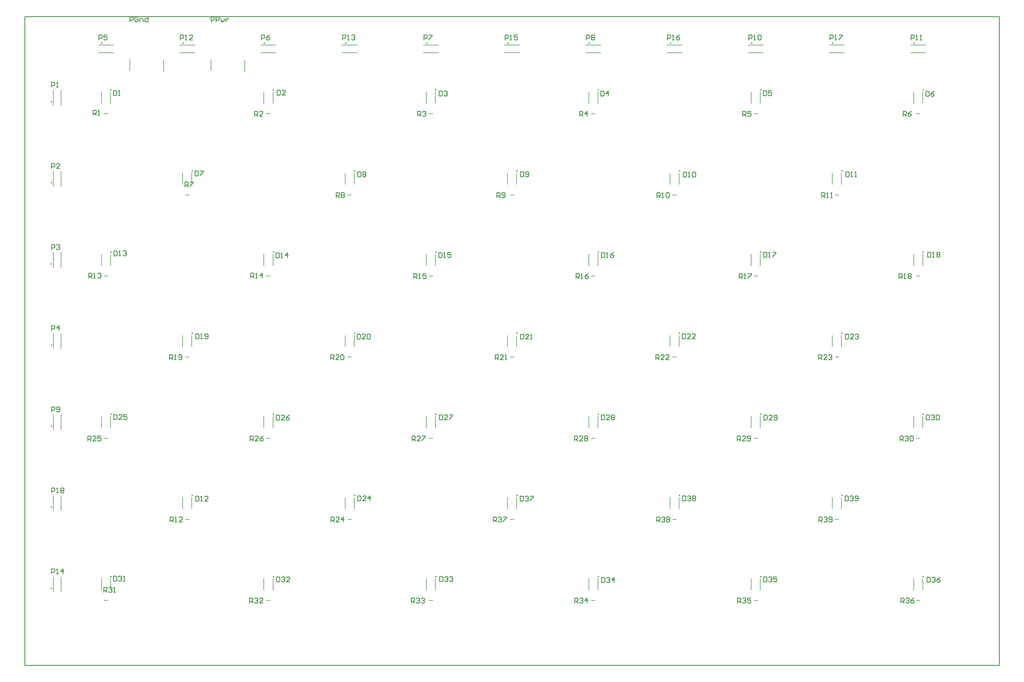
<source format=gto>
G04*
G04 #@! TF.GenerationSoftware,Altium Limited,Altium Designer,20.0.13 (296)*
G04*
G04 Layer_Color=65535*
%FSLAX44Y44*%
%MOMM*%
G71*
G01*
G75*
%ADD10C,0.2500*%
%ADD11C,0.2000*%
%ADD12C,0.2540*%
D10*
X2766750Y274000D02*
G03*
X2766750Y274000I-1250J0D01*
G01*
Y774000D02*
G03*
X2766750Y774000I-1250J0D01*
G01*
Y1274000D02*
G03*
X2766750Y1274000I-1250J0D01*
G01*
Y1774000D02*
G03*
X2766750Y1774000I-1250J0D01*
G01*
X2516750Y1524000D02*
G03*
X2516750Y1524000I-1250J0D01*
G01*
Y1024000D02*
G03*
X2516750Y1024000I-1250J0D01*
G01*
Y524000D02*
G03*
X2516750Y524000I-1250J0D01*
G01*
X2266750Y274000D02*
G03*
X2266750Y274000I-1250J0D01*
G01*
Y774000D02*
G03*
X2266750Y774000I-1250J0D01*
G01*
Y1274000D02*
G03*
X2266750Y1274000I-1250J0D01*
G01*
Y1774000D02*
G03*
X2266750Y1774000I-1250J0D01*
G01*
X2016750Y1524000D02*
G03*
X2016750Y1524000I-1250J0D01*
G01*
Y1024000D02*
G03*
X2016750Y1024000I-1250J0D01*
G01*
Y524000D02*
G03*
X2016750Y524000I-1250J0D01*
G01*
X1766750Y274000D02*
G03*
X1766750Y274000I-1250J0D01*
G01*
Y774000D02*
G03*
X1766750Y774000I-1250J0D01*
G01*
Y1274000D02*
G03*
X1766750Y1274000I-1250J0D01*
G01*
Y1774000D02*
G03*
X1766750Y1774000I-1250J0D01*
G01*
X1516750Y1524000D02*
G03*
X1516750Y1524000I-1250J0D01*
G01*
Y1024000D02*
G03*
X1516750Y1024000I-1250J0D01*
G01*
Y524000D02*
G03*
X1516750Y524000I-1250J0D01*
G01*
X1266750Y274000D02*
G03*
X1266750Y274000I-1250J0D01*
G01*
Y774000D02*
G03*
X1266750Y774000I-1250J0D01*
G01*
Y1274000D02*
G03*
X1266750Y1274000I-1250J0D01*
G01*
Y1774000D02*
G03*
X1266750Y1774000I-1250J0D01*
G01*
X1016750Y1524000D02*
G03*
X1016750Y1524000I-1250J0D01*
G01*
Y1024000D02*
G03*
X1016750Y1024000I-1250J0D01*
G01*
Y524000D02*
G03*
X1016750Y524000I-1250J0D01*
G01*
X766750Y274000D02*
G03*
X766750Y274000I-1250J0D01*
G01*
Y774000D02*
G03*
X766750Y774000I-1250J0D01*
G01*
Y1274000D02*
G03*
X766750Y1274000I-1250J0D01*
G01*
X266750Y1774000D02*
G03*
X266750Y1774000I-1250J0D01*
G01*
X766750D02*
G03*
X766750Y1774000I-1250J0D01*
G01*
X516750Y1524000D02*
G03*
X516750Y1524000I-1250J0D01*
G01*
Y1024000D02*
G03*
X516750Y1024000I-1250J0D01*
G01*
Y524000D02*
G03*
X516750Y524000I-1250J0D01*
G01*
X266750Y274000D02*
G03*
X266750Y274000I-1250J0D01*
G01*
Y774000D02*
G03*
X266750Y774000I-1250J0D01*
G01*
Y1274000D02*
G03*
X266750Y1274000I-1250J0D01*
G01*
X83050Y1737300D02*
G03*
X83050Y1737300I-1250J0D01*
G01*
Y1487300D02*
G03*
X83050Y1487300I-1250J0D01*
G01*
Y1237300D02*
G03*
X83050Y1237300I-1250J0D01*
G01*
Y987300D02*
G03*
X83050Y987300I-1250J0D01*
G01*
X238550Y1918200D02*
G03*
X238550Y1918200I-1250J0D01*
G01*
X738550D02*
G03*
X738550Y1918200I-1250J0D01*
G01*
X1238550D02*
G03*
X1238550Y1918200I-1250J0D01*
G01*
X1738550D02*
G03*
X1738550Y1918200I-1250J0D01*
G01*
X83050Y737300D02*
G03*
X83050Y737300I-1250J0D01*
G01*
X2238550Y1918200D02*
G03*
X2238550Y1918200I-1250J0D01*
G01*
X2738550D02*
G03*
X2738550Y1918200I-1250J0D01*
G01*
X488550D02*
G03*
X488550Y1918200I-1250J0D01*
G01*
X988550D02*
G03*
X988550Y1918200I-1250J0D01*
G01*
X83050Y237300D02*
G03*
X83050Y237300I-1250J0D01*
G01*
X1488550Y1918200D02*
G03*
X1488550Y1918200I-1250J0D01*
G01*
X1988550D02*
G03*
X1988550Y1918200I-1250J0D01*
G01*
X2488550D02*
G03*
X2488550Y1918200I-1250J0D01*
G01*
X83050Y487300D02*
G03*
X83050Y487300I-1250J0D01*
G01*
D11*
X677250Y1830500D02*
Y1865500D01*
X573250Y1833250D02*
Y1868250D01*
X427250Y1830500D02*
Y1865500D01*
X323250Y1833250D02*
Y1868250D01*
X2744000Y200000D02*
X2756000D01*
X2736000Y232500D02*
Y267500D01*
X2764000Y232500D02*
Y267500D01*
X2744000Y700000D02*
X2756000D01*
X2736000Y732500D02*
Y767500D01*
X2764000Y732500D02*
Y767500D01*
X2744000Y1200000D02*
X2756000D01*
X2736000Y1232500D02*
Y1267500D01*
X2764000Y1232500D02*
Y1267500D01*
X2744000Y1700000D02*
X2756000D01*
X2736000Y1732500D02*
Y1767500D01*
X2764000Y1732500D02*
Y1767500D01*
X2494000Y1450000D02*
X2506000D01*
X2486000Y1482500D02*
Y1517500D01*
X2514000Y1482500D02*
Y1517500D01*
X2486000Y982500D02*
Y1017500D01*
X2514000Y982500D02*
Y1017500D01*
Y482500D02*
Y517500D01*
X2486000Y482500D02*
Y517500D01*
X2494000Y450000D02*
X2506000D01*
X2244000Y200000D02*
X2256000D01*
X2236000Y232500D02*
Y267500D01*
X2264000Y232500D02*
Y267500D01*
X2244000Y700000D02*
X2256000D01*
X2236000Y732500D02*
Y767500D01*
X2264000Y732500D02*
Y767500D01*
X2244000Y1200000D02*
X2256000D01*
X2236000Y1232500D02*
Y1267500D01*
X2264000Y1232500D02*
Y1267500D01*
X2244000Y1700000D02*
X2256000D01*
X2236000Y1732500D02*
Y1767500D01*
X2264000Y1732500D02*
Y1767500D01*
X1994000Y1450000D02*
X2006000D01*
X1986000Y1482500D02*
Y1517500D01*
X2014000Y1482500D02*
Y1517500D01*
X1994000Y950000D02*
X2006000D01*
X1986000Y982500D02*
Y1017500D01*
X2014000Y982500D02*
Y1017500D01*
Y482500D02*
Y517500D01*
X1986000Y482500D02*
Y517500D01*
X1994000Y450000D02*
X2006000D01*
X1744000Y200000D02*
X1756000D01*
X1736000Y232500D02*
Y267500D01*
X1764000Y232500D02*
Y267500D01*
X1744000Y700000D02*
X1756000D01*
X1736000Y732500D02*
Y767500D01*
X1764000Y732500D02*
Y767500D01*
X1744000Y1200000D02*
X1756000D01*
X1736000Y1232500D02*
Y1267500D01*
X1764000Y1232500D02*
Y1267500D01*
X1744000Y1700000D02*
X1756000D01*
X1736000Y1732500D02*
Y1767500D01*
X1764000Y1732500D02*
Y1767500D01*
X1486000Y1482500D02*
Y1517500D01*
X1514000Y1482500D02*
Y1517500D01*
X1494000Y1450000D02*
X1506000D01*
X1494000Y950000D02*
X1506000D01*
X1486000Y982500D02*
Y1017500D01*
X1514000Y982500D02*
Y1017500D01*
Y482500D02*
Y517500D01*
X1486000Y482500D02*
Y517500D01*
X1494000Y450000D02*
X1506000D01*
X1244000Y200000D02*
X1256000D01*
X1236000Y232500D02*
Y267500D01*
X1264000Y232500D02*
Y267500D01*
X1244000Y700000D02*
X1256000D01*
X1236000Y732500D02*
Y767500D01*
X1264000Y732500D02*
Y767500D01*
X1244000Y1200000D02*
X1256000D01*
X1236000Y1232500D02*
Y1267500D01*
X1264000Y1232500D02*
Y1267500D01*
X1244000Y1700000D02*
X1256000D01*
X1236000Y1732500D02*
Y1767500D01*
X1264000Y1732500D02*
Y1767500D01*
X744000Y1700000D02*
X756000D01*
X986000Y1482500D02*
Y1517500D01*
X1014000Y1482500D02*
Y1517500D01*
X994000Y1450000D02*
X1006000D01*
X986000Y982500D02*
Y1017500D01*
X1014000Y982500D02*
Y1017500D01*
X994000Y950000D02*
X1006000D01*
X986000Y482500D02*
Y517500D01*
X1014000Y482500D02*
Y517500D01*
X994000Y450000D02*
X1006000D01*
X744000Y200000D02*
X756000D01*
X736000Y232500D02*
Y267500D01*
X764000Y232500D02*
Y267500D01*
X494000Y450000D02*
X506000D01*
X244000Y700000D02*
X256000D01*
X744000D02*
X756000D01*
X736000Y732500D02*
Y767500D01*
X764000Y732500D02*
Y767500D01*
X736000Y1232500D02*
Y1267500D01*
X764000Y1232500D02*
Y1267500D01*
X244000Y1200000D02*
X256000D01*
X744000D02*
X756000D01*
X236000Y1732500D02*
Y1767500D01*
X264000Y1732500D02*
Y1767500D01*
X736000Y1732500D02*
Y1767500D01*
X764000Y1732500D02*
Y1767500D01*
X486000Y1482500D02*
Y1517500D01*
X514000Y1482500D02*
Y1517500D01*
X486000Y982500D02*
Y1017500D01*
X514000Y982500D02*
Y1017500D01*
X486000Y482500D02*
Y517500D01*
X514000Y482500D02*
Y517500D01*
X236000Y232500D02*
Y267500D01*
X264000Y232500D02*
Y267500D01*
X236000Y732500D02*
Y767500D01*
X264000Y732500D02*
Y767500D01*
X236000Y1232500D02*
Y1267500D01*
X264000Y1232500D02*
Y1267500D01*
X244000Y1700000D02*
X256000D01*
X494000Y950000D02*
X506000D01*
X2494000D02*
X2506000D01*
X494000Y1450000D02*
X506000D01*
X111700Y1726650D02*
Y1773350D01*
X88300Y1726650D02*
Y1773350D01*
X111700Y1476650D02*
Y1523350D01*
X88300Y1476650D02*
Y1523350D01*
X111700Y1226650D02*
Y1273350D01*
X88300Y1226650D02*
Y1273350D01*
X111700Y976650D02*
Y1023350D01*
X88300Y976650D02*
Y1023350D01*
X226650Y1888300D02*
X273350D01*
X226650Y1911700D02*
X273350D01*
X726650Y1888300D02*
X773350D01*
X726650Y1911700D02*
X773350D01*
X1226650Y1888300D02*
X1273350D01*
X1226650Y1911700D02*
X1273350D01*
X1726650Y1888300D02*
X1773350D01*
X1726650Y1911700D02*
X1773350D01*
X111700Y726650D02*
Y773350D01*
X88300Y726650D02*
Y773350D01*
X2226650Y1888300D02*
X2273350D01*
X2226650Y1911700D02*
X2273350D01*
X2726650Y1888300D02*
X2773350D01*
X2726650Y1911700D02*
X2773350D01*
X476650Y1888300D02*
X523350D01*
X476650Y1911700D02*
X523350D01*
X244000Y200000D02*
X256000D01*
X976650Y1888300D02*
X1023350D01*
X976650Y1911700D02*
X1023350D01*
X111700Y226650D02*
Y273350D01*
X88300Y226650D02*
Y273350D01*
X1476650Y1888300D02*
X1523350D01*
X1476650Y1911700D02*
X1523350D01*
X1976650Y1888300D02*
X2023350D01*
X1976650Y1911700D02*
X2023350D01*
X2476650Y1888300D02*
X2523350D01*
X2476650Y1911700D02*
X2523350D01*
X111700Y476650D02*
Y523350D01*
X88300Y476650D02*
Y523350D01*
D12*
X573278Y1983994D02*
Y1999229D01*
X580896D01*
X583435Y1996690D01*
Y1991611D01*
X580896Y1989072D01*
X573278D01*
X588513Y1983994D02*
Y1999229D01*
X596131D01*
X598670Y1996690D01*
Y1991611D01*
X596131Y1989072D01*
X588513D01*
X603748Y1994151D02*
Y1986533D01*
X606287Y1983994D01*
X608826Y1986533D01*
X611366Y1983994D01*
X613905Y1986533D01*
Y1994151D01*
X618983D02*
Y1983994D01*
Y1989072D01*
X621522Y1991611D01*
X624062Y1994151D01*
X626601D01*
X323342Y1983994D02*
Y1999229D01*
X330960D01*
X333499Y1996690D01*
Y1991611D01*
X330960Y1989072D01*
X323342D01*
X348734Y1996690D02*
X346195Y1999229D01*
X341116D01*
X338577Y1996690D01*
Y1986533D01*
X341116Y1983994D01*
X346195D01*
X348734Y1986533D01*
Y1991611D01*
X343655D01*
X353812Y1983994D02*
Y1994151D01*
X361430D01*
X363969Y1991611D01*
Y1983994D01*
X379204Y1999229D02*
Y1983994D01*
X371586D01*
X369047Y1986533D01*
Y1991611D01*
X371586Y1994151D01*
X379204D01*
X2444302Y442383D02*
Y457617D01*
X2451920D01*
X2454459Y455078D01*
Y450000D01*
X2451920Y447461D01*
X2444302D01*
X2449380D02*
X2454459Y442383D01*
X2459537Y455078D02*
X2462076Y457617D01*
X2467155D01*
X2469694Y455078D01*
Y452539D01*
X2467155Y450000D01*
X2464615D01*
X2467155D01*
X2469694Y447461D01*
Y444922D01*
X2467155Y442383D01*
X2462076D01*
X2459537Y444922D01*
X2474772D02*
X2477311Y442383D01*
X2482390D01*
X2484929Y444922D01*
Y455078D01*
X2482390Y457617D01*
X2477311D01*
X2474772Y455078D01*
Y452539D01*
X2477311Y450000D01*
X2484929D01*
X1944250Y442383D02*
Y457617D01*
X1951867D01*
X1954406Y455078D01*
Y450000D01*
X1951867Y447461D01*
X1944250D01*
X1949328D02*
X1954406Y442383D01*
X1959485Y455078D02*
X1962024Y457617D01*
X1967102D01*
X1969641Y455078D01*
Y452539D01*
X1967102Y450000D01*
X1964563D01*
X1967102D01*
X1969641Y447461D01*
Y444922D01*
X1967102Y442383D01*
X1962024D01*
X1959485Y444922D01*
X1974720Y455078D02*
X1977259Y457617D01*
X1982337D01*
X1984876Y455078D01*
Y452539D01*
X1982337Y450000D01*
X1984876Y447461D01*
Y444922D01*
X1982337Y442383D01*
X1977259D01*
X1974720Y444922D01*
Y447461D01*
X1977259Y450000D01*
X1974720Y452539D01*
Y455078D01*
X1977259Y450000D02*
X1982337D01*
X1442009Y442383D02*
Y457617D01*
X1449627D01*
X1452166Y455078D01*
Y450000D01*
X1449627Y447461D01*
X1442009D01*
X1447088D02*
X1452166Y442383D01*
X1457244Y455078D02*
X1459783Y457617D01*
X1464862D01*
X1467401Y455078D01*
Y452539D01*
X1464862Y450000D01*
X1462323D01*
X1464862D01*
X1467401Y447461D01*
Y444922D01*
X1464862Y442383D01*
X1459783D01*
X1457244Y444922D01*
X1472479Y457617D02*
X1482636D01*
Y455078D01*
X1472479Y444922D01*
Y442383D01*
X2524726Y523102D02*
Y507867D01*
X2532344D01*
X2534883Y510406D01*
Y520563D01*
X2532344Y523102D01*
X2524726D01*
X2539961Y520563D02*
X2542500Y523102D01*
X2547579D01*
X2550118Y520563D01*
Y518024D01*
X2547579Y515485D01*
X2545040D01*
X2547579D01*
X2550118Y512946D01*
Y510406D01*
X2547579Y507867D01*
X2542500D01*
X2539961Y510406D01*
X2555196D02*
X2557735Y507867D01*
X2562814D01*
X2565353Y510406D01*
Y520563D01*
X2562814Y523102D01*
X2557735D01*
X2555196Y520563D01*
Y518024D01*
X2557735Y515485D01*
X2565353D01*
X2024126Y523100D02*
Y507865D01*
X2031744D01*
X2034283Y510405D01*
Y520561D01*
X2031744Y523100D01*
X2024126D01*
X2039362Y520561D02*
X2041901Y523100D01*
X2046979D01*
X2049518Y520561D01*
Y518022D01*
X2046979Y515483D01*
X2044440D01*
X2046979D01*
X2049518Y512944D01*
Y510405D01*
X2046979Y507865D01*
X2041901D01*
X2039362Y510405D01*
X2054597Y520561D02*
X2057136Y523100D01*
X2062214D01*
X2064753Y520561D01*
Y518022D01*
X2062214Y515483D01*
X2064753Y512944D01*
Y510405D01*
X2062214Y507865D01*
X2057136D01*
X2054597Y510405D01*
Y512944D01*
X2057136Y515483D01*
X2054597Y518022D01*
Y520561D01*
X2057136Y515483D02*
X2062214D01*
X1524622Y522004D02*
Y506769D01*
X1532239D01*
X1534778Y509308D01*
Y519465D01*
X1532239Y522004D01*
X1524622D01*
X1539857Y519465D02*
X1542396Y522004D01*
X1547474D01*
X1550013Y519465D01*
Y516926D01*
X1547474Y514387D01*
X1544935D01*
X1547474D01*
X1550013Y511847D01*
Y509308D01*
X1547474Y506769D01*
X1542396D01*
X1539857Y509308D01*
X1555092Y522004D02*
X1565249D01*
Y519465D01*
X1555092Y509308D01*
Y506769D01*
X2696124Y192383D02*
Y207617D01*
X2703741D01*
X2706281Y205078D01*
Y200000D01*
X2703741Y197461D01*
X2696124D01*
X2701202D02*
X2706281Y192383D01*
X2711359Y205078D02*
X2713898Y207617D01*
X2718976D01*
X2721516Y205078D01*
Y202539D01*
X2718976Y200000D01*
X2716437D01*
X2718976D01*
X2721516Y197461D01*
Y194922D01*
X2718976Y192383D01*
X2713898D01*
X2711359Y194922D01*
X2736750Y207617D02*
X2731672Y205078D01*
X2726594Y200000D01*
Y194922D01*
X2729133Y192383D01*
X2734211D01*
X2736750Y194922D01*
Y197461D01*
X2734211Y200000D01*
X2726594D01*
X2193182Y192383D02*
Y207617D01*
X2200799D01*
X2203338Y205078D01*
Y200000D01*
X2200799Y197461D01*
X2193182D01*
X2198260D02*
X2203338Y192383D01*
X2208417Y205078D02*
X2210956Y207617D01*
X2216034D01*
X2218573Y205078D01*
Y202539D01*
X2216034Y200000D01*
X2213495D01*
X2216034D01*
X2218573Y197461D01*
Y194922D01*
X2216034Y192383D01*
X2210956D01*
X2208417Y194922D01*
X2233808Y207617D02*
X2223652D01*
Y200000D01*
X2228730Y202539D01*
X2231269D01*
X2233808Y200000D01*
Y194922D01*
X2231269Y192383D01*
X2226191D01*
X2223652Y194922D01*
X1692035Y192383D02*
Y207617D01*
X1699652D01*
X1702192Y205078D01*
Y200000D01*
X1699652Y197461D01*
X1692035D01*
X1697113D02*
X1702192Y192383D01*
X1707270Y205078D02*
X1709809Y207617D01*
X1714888D01*
X1717427Y205078D01*
Y202539D01*
X1714888Y200000D01*
X1712348D01*
X1714888D01*
X1717427Y197461D01*
Y194922D01*
X1714888Y192383D01*
X1709809D01*
X1707270Y194922D01*
X1730123Y192383D02*
Y207617D01*
X1722505Y200000D01*
X1732662D01*
X1189248Y192383D02*
Y207617D01*
X1196866D01*
X1199405Y205078D01*
Y200000D01*
X1196866Y197461D01*
X1189248D01*
X1194327D02*
X1199405Y192383D01*
X1204483Y205078D02*
X1207023Y207617D01*
X1212101D01*
X1214640Y205078D01*
Y202539D01*
X1212101Y200000D01*
X1209562D01*
X1212101D01*
X1214640Y197461D01*
Y194922D01*
X1212101Y192383D01*
X1207023D01*
X1204483Y194922D01*
X1219718Y205078D02*
X1222258Y207617D01*
X1227336D01*
X1229875Y205078D01*
Y202539D01*
X1227336Y200000D01*
X1224797D01*
X1227336D01*
X1229875Y197461D01*
Y194922D01*
X1227336Y192383D01*
X1222258D01*
X1219718Y194922D01*
X691385Y192383D02*
Y207617D01*
X699003D01*
X701542Y205078D01*
Y200000D01*
X699003Y197461D01*
X691385D01*
X696464D02*
X701542Y192383D01*
X706620Y205078D02*
X709160Y207617D01*
X714238D01*
X716777Y205078D01*
Y202539D01*
X714238Y200000D01*
X711699D01*
X714238D01*
X716777Y197461D01*
Y194922D01*
X714238Y192383D01*
X709160D01*
X706620Y194922D01*
X732012Y192383D02*
X721856D01*
X732012Y202539D01*
Y205078D01*
X729473Y207617D01*
X724395D01*
X721856Y205078D01*
X242634Y225654D02*
Y240889D01*
X250252D01*
X252791Y238350D01*
Y233272D01*
X250252Y230732D01*
X242634D01*
X247712D02*
X252791Y225654D01*
X257869Y238350D02*
X260408Y240889D01*
X265487D01*
X268026Y238350D01*
Y235811D01*
X265487Y233272D01*
X262947D01*
X265487D01*
X268026Y230732D01*
Y228193D01*
X265487Y225654D01*
X260408D01*
X257869Y228193D01*
X273104Y225654D02*
X278183D01*
X275643D01*
Y240889D01*
X273104Y238350D01*
X2693710Y692383D02*
Y707617D01*
X2701328D01*
X2703867Y705078D01*
Y700000D01*
X2701328Y697461D01*
X2693710D01*
X2698788D02*
X2703867Y692383D01*
X2708945Y705078D02*
X2711484Y707617D01*
X2716563D01*
X2719102Y705078D01*
Y702539D01*
X2716563Y700000D01*
X2714023D01*
X2716563D01*
X2719102Y697461D01*
Y694922D01*
X2716563Y692383D01*
X2711484D01*
X2708945Y694922D01*
X2724180Y705078D02*
X2726719Y707617D01*
X2731798D01*
X2734337Y705078D01*
Y694922D01*
X2731798Y692383D01*
X2726719D01*
X2724180Y694922D01*
Y705078D01*
X2192635Y692383D02*
Y707617D01*
X2200252D01*
X2202791Y705078D01*
Y700000D01*
X2200252Y697461D01*
X2192635D01*
X2197713D02*
X2202791Y692383D01*
X2218026D02*
X2207870D01*
X2218026Y702539D01*
Y705078D01*
X2215487Y707617D01*
X2210409D01*
X2207870Y705078D01*
X2223105Y694922D02*
X2225644Y692383D01*
X2230722D01*
X2233261Y694922D01*
Y705078D01*
X2230722Y707617D01*
X2225644D01*
X2223105Y705078D01*
Y702539D01*
X2225644Y700000D01*
X2233261D01*
X1691488Y692383D02*
Y707617D01*
X1699105D01*
X1701644Y705078D01*
Y700000D01*
X1699105Y697461D01*
X1691488D01*
X1696566D02*
X1701644Y692383D01*
X1716879D02*
X1706723D01*
X1716879Y702539D01*
Y705078D01*
X1714340Y707617D01*
X1709262D01*
X1706723Y705078D01*
X1721958D02*
X1724497Y707617D01*
X1729575D01*
X1732115Y705078D01*
Y702539D01*
X1729575Y700000D01*
X1732115Y697461D01*
Y694922D01*
X1729575Y692383D01*
X1724497D01*
X1721958Y694922D01*
Y697461D01*
X1724497Y700000D01*
X1721958Y702539D01*
Y705078D01*
X1724497Y700000D02*
X1729575D01*
X1191984Y692383D02*
Y707617D01*
X1199602D01*
X1202141Y705078D01*
Y700000D01*
X1199602Y697461D01*
X1191984D01*
X1197062D02*
X1202141Y692383D01*
X1217376D02*
X1207219D01*
X1217376Y702539D01*
Y705078D01*
X1214837Y707617D01*
X1209758D01*
X1207219Y705078D01*
X1222454Y707617D02*
X1232611D01*
Y705078D01*
X1222454Y694922D01*
Y692383D01*
X693574D02*
Y707617D01*
X701191D01*
X703730Y705078D01*
Y700000D01*
X701191Y697461D01*
X693574D01*
X698652D02*
X703730Y692383D01*
X718966D02*
X708809D01*
X718966Y702539D01*
Y705078D01*
X716426Y707617D01*
X711348D01*
X708809Y705078D01*
X734201Y707617D02*
X729122Y705078D01*
X724044Y700000D01*
Y694922D01*
X726583Y692383D01*
X731662D01*
X734201Y694922D01*
Y697461D01*
X731662Y700000D01*
X724044D01*
X194069Y692383D02*
Y707617D01*
X201687D01*
X204226Y705078D01*
Y700000D01*
X201687Y697461D01*
X194069D01*
X199147D02*
X204226Y692383D01*
X219461D02*
X209304D01*
X219461Y702539D01*
Y705078D01*
X216922Y707617D01*
X211843D01*
X209304Y705078D01*
X234696Y707617D02*
X224539D01*
Y700000D01*
X229618Y702539D01*
X232157D01*
X234696Y700000D01*
Y694922D01*
X232157Y692383D01*
X227078D01*
X224539Y694922D01*
X942506Y442383D02*
Y457617D01*
X950123D01*
X952662Y455078D01*
Y450000D01*
X950123Y447461D01*
X942506D01*
X947584D02*
X952662Y442383D01*
X967897D02*
X957741D01*
X967897Y452539D01*
Y455078D01*
X965358Y457617D01*
X960280D01*
X957741Y455078D01*
X980593Y442383D02*
Y457617D01*
X972976Y450000D01*
X983132D01*
X2443208Y942383D02*
Y957617D01*
X2450825D01*
X2453365Y955078D01*
Y950000D01*
X2450825Y947461D01*
X2443208D01*
X2448286D02*
X2453365Y942383D01*
X2468600D02*
X2458443D01*
X2468600Y952539D01*
Y955078D01*
X2466060Y957617D01*
X2460982D01*
X2458443Y955078D01*
X2473678D02*
X2476217Y957617D01*
X2481295D01*
X2483835Y955078D01*
Y952539D01*
X2481295Y950000D01*
X2478756D01*
X2481295D01*
X2483835Y947461D01*
Y944922D01*
X2481295Y942383D01*
X2476217D01*
X2473678Y944922D01*
X1942061Y942383D02*
Y957617D01*
X1949679D01*
X1952218Y955078D01*
Y950000D01*
X1949679Y947461D01*
X1942061D01*
X1947139D02*
X1952218Y942383D01*
X1967453D02*
X1957296D01*
X1967453Y952539D01*
Y955078D01*
X1964914Y957617D01*
X1959835D01*
X1957296Y955078D01*
X1982688Y942383D02*
X1972531D01*
X1982688Y952539D01*
Y955078D01*
X1980149Y957617D01*
X1975070D01*
X1972531Y955078D01*
X1447284Y942383D02*
Y957617D01*
X1454901D01*
X1457441Y955078D01*
Y950000D01*
X1454901Y947461D01*
X1447284D01*
X1452362D02*
X1457441Y942383D01*
X1472676D02*
X1462519D01*
X1472676Y952539D01*
Y955078D01*
X1470137Y957617D01*
X1465058D01*
X1462519Y955078D01*
X1477754Y942383D02*
X1482832D01*
X1480293D01*
Y957617D01*
X1477754Y955078D01*
X941411Y942383D02*
Y957617D01*
X949029D01*
X951568Y955078D01*
Y950000D01*
X949029Y947461D01*
X941411D01*
X946490D02*
X951568Y942383D01*
X966803D02*
X956646D01*
X966803Y952539D01*
Y955078D01*
X964264Y957617D01*
X959186D01*
X956646Y955078D01*
X971881D02*
X974421Y957617D01*
X979499D01*
X982038Y955078D01*
Y944922D01*
X979499Y942383D01*
X974421D01*
X971881Y944922D01*
Y955078D01*
X445365Y942383D02*
Y957617D01*
X452982D01*
X455521Y955078D01*
Y950000D01*
X452982Y947461D01*
X445365D01*
X450443D02*
X455521Y942383D01*
X460600D02*
X465678D01*
X463139D01*
Y957617D01*
X460600Y955078D01*
X473296Y944922D02*
X475835Y942383D01*
X480913D01*
X483452Y944922D01*
Y955078D01*
X480913Y957617D01*
X475835D01*
X473296Y955078D01*
Y952539D01*
X475835Y950000D01*
X483452D01*
X2690909Y1192383D02*
Y1207617D01*
X2698526D01*
X2701065Y1205078D01*
Y1200000D01*
X2698526Y1197461D01*
X2690909D01*
X2695987D02*
X2701065Y1192383D01*
X2706143D02*
X2711222D01*
X2708683D01*
Y1207617D01*
X2706143Y1205078D01*
X2718839D02*
X2721378Y1207617D01*
X2726457D01*
X2728996Y1205078D01*
Y1202539D01*
X2726457Y1200000D01*
X2728996Y1197461D01*
Y1194922D01*
X2726457Y1192383D01*
X2721378D01*
X2718839Y1194922D01*
Y1197461D01*
X2721378Y1200000D01*
X2718839Y1202539D01*
Y1205078D01*
X2721378Y1200000D02*
X2726457D01*
X2198828Y1192383D02*
Y1207617D01*
X2206446D01*
X2208985Y1205078D01*
Y1200000D01*
X2206446Y1197461D01*
X2198828D01*
X2203906D02*
X2208985Y1192383D01*
X2214063D02*
X2219142D01*
X2216602D01*
Y1207617D01*
X2214063Y1205078D01*
X2226759Y1207617D02*
X2236916D01*
Y1205078D01*
X2226759Y1194922D01*
Y1192383D01*
X1696587D02*
Y1207617D01*
X1704205D01*
X1706744Y1205078D01*
Y1200000D01*
X1704205Y1197461D01*
X1696587D01*
X1701665D02*
X1706744Y1192383D01*
X1711822D02*
X1716900D01*
X1714361D01*
Y1207617D01*
X1711822Y1205078D01*
X1734675Y1207617D02*
X1729596Y1205078D01*
X1724518Y1200000D01*
Y1194922D01*
X1727057Y1192383D01*
X1732135D01*
X1734675Y1194922D01*
Y1197461D01*
X1732135Y1200000D01*
X1724518D01*
X1197083Y1192383D02*
Y1207617D01*
X1204701D01*
X1207240Y1205078D01*
Y1200000D01*
X1204701Y1197461D01*
X1197083D01*
X1202162D02*
X1207240Y1192383D01*
X1212318D02*
X1217397D01*
X1214857D01*
Y1207617D01*
X1212318Y1205078D01*
X1235171Y1207617D02*
X1225014D01*
Y1200000D01*
X1230093Y1202539D01*
X1232632D01*
X1235171Y1200000D01*
Y1194922D01*
X1232632Y1192383D01*
X1227553D01*
X1225014Y1194922D01*
X695390Y1194474D02*
Y1209709D01*
X703008D01*
X705547Y1207170D01*
Y1202092D01*
X703008Y1199553D01*
X695390D01*
X700469D02*
X705547Y1194474D01*
X710626D02*
X715704D01*
X713165D01*
Y1209709D01*
X710626Y1207170D01*
X730939Y1194474D02*
Y1209709D01*
X723322Y1202092D01*
X733478D01*
X196433Y1194474D02*
Y1209709D01*
X204050D01*
X206590Y1207170D01*
Y1202092D01*
X204050Y1199553D01*
X196433D01*
X201511D02*
X206590Y1194474D01*
X211668D02*
X216746D01*
X214207D01*
Y1209709D01*
X211668Y1207170D01*
X224364D02*
X226903Y1209709D01*
X231981D01*
X234520Y1207170D01*
Y1204631D01*
X231981Y1202092D01*
X229442D01*
X231981D01*
X234520Y1199553D01*
Y1197014D01*
X231981Y1194474D01*
X226903D01*
X224364Y1197014D01*
X447006Y442383D02*
Y457617D01*
X454623D01*
X457163Y455078D01*
Y450000D01*
X454623Y447461D01*
X447006D01*
X452084D02*
X457163Y442383D01*
X462241D02*
X467319D01*
X464780D01*
Y457617D01*
X462241Y455078D01*
X485094Y442383D02*
X474937D01*
X485094Y452539D01*
Y455078D01*
X482554Y457617D01*
X477476D01*
X474937Y455078D01*
X2452487Y1442383D02*
Y1457617D01*
X2460105D01*
X2462644Y1455078D01*
Y1450000D01*
X2460105Y1447461D01*
X2452487D01*
X2457566D02*
X2462644Y1442383D01*
X2467723D02*
X2472801D01*
X2470262D01*
Y1457617D01*
X2467723Y1455078D01*
X2480419Y1442383D02*
X2485497D01*
X2482958D01*
Y1457617D01*
X2480419Y1455078D01*
X1945519Y1442383D02*
Y1457617D01*
X1953137D01*
X1955676Y1455078D01*
Y1450000D01*
X1953137Y1447461D01*
X1945519D01*
X1950598D02*
X1955676Y1442383D01*
X1960754D02*
X1965833D01*
X1963293D01*
Y1457617D01*
X1960754Y1455078D01*
X1973450D02*
X1975989Y1457617D01*
X1981068D01*
X1983607Y1455078D01*
Y1444922D01*
X1981068Y1442383D01*
X1975989D01*
X1973450Y1444922D01*
Y1455078D01*
X1452909Y1442383D02*
Y1457617D01*
X1460527D01*
X1463066Y1455078D01*
Y1450000D01*
X1460527Y1447461D01*
X1452909D01*
X1457988D02*
X1463066Y1442383D01*
X1468144Y1444922D02*
X1470684Y1442383D01*
X1475762D01*
X1478301Y1444922D01*
Y1455078D01*
X1475762Y1457617D01*
X1470684D01*
X1468144Y1455078D01*
Y1452539D01*
X1470684Y1450000D01*
X1478301D01*
X958330Y1442383D02*
Y1457617D01*
X965947D01*
X968486Y1455078D01*
Y1450000D01*
X965947Y1447461D01*
X958330D01*
X963408D02*
X968486Y1442383D01*
X973565Y1455078D02*
X976104Y1457617D01*
X981182D01*
X983721Y1455078D01*
Y1452539D01*
X981182Y1450000D01*
X983721Y1447461D01*
Y1444922D01*
X981182Y1442383D01*
X976104D01*
X973565Y1444922D01*
Y1447461D01*
X976104Y1450000D01*
X973565Y1452539D01*
Y1455078D01*
X976104Y1450000D02*
X981182D01*
X492538Y1475541D02*
Y1490776D01*
X500156D01*
X502695Y1488237D01*
Y1483159D01*
X500156Y1480620D01*
X492538D01*
X497617D02*
X502695Y1475541D01*
X507774Y1490776D02*
X517930D01*
Y1488237D01*
X507774Y1478080D01*
Y1475541D01*
X2703042Y1692383D02*
Y1707617D01*
X2710659D01*
X2713199Y1705078D01*
Y1700000D01*
X2710659Y1697461D01*
X2703042D01*
X2708120D02*
X2713199Y1692383D01*
X2728434Y1707617D02*
X2723355Y1705078D01*
X2718277Y1700000D01*
Y1694922D01*
X2720816Y1692383D01*
X2725894D01*
X2728434Y1694922D01*
Y1697461D01*
X2725894Y1700000D01*
X2718277D01*
X2209553Y1692383D02*
Y1707617D01*
X2217170D01*
X2219709Y1705078D01*
Y1700000D01*
X2217170Y1697461D01*
X2209553D01*
X2214631D02*
X2219709Y1692383D01*
X2234945Y1707617D02*
X2224788D01*
Y1700000D01*
X2229866Y1702539D01*
X2232405D01*
X2234945Y1700000D01*
Y1694922D01*
X2232405Y1692383D01*
X2227327D01*
X2224788Y1694922D01*
X1707859Y1692383D02*
Y1707617D01*
X1715476D01*
X1718016Y1705078D01*
Y1700000D01*
X1715476Y1697461D01*
X1707859D01*
X1712937D02*
X1718016Y1692383D01*
X1730712D02*
Y1707617D01*
X1723094Y1700000D01*
X1733251D01*
X1208902Y1692383D02*
Y1707617D01*
X1216520D01*
X1219059Y1705078D01*
Y1700000D01*
X1216520Y1697461D01*
X1208902D01*
X1213980D02*
X1219059Y1692383D01*
X1224137Y1705078D02*
X1226676Y1707617D01*
X1231755D01*
X1234294Y1705078D01*
Y1702539D01*
X1231755Y1700000D01*
X1229216D01*
X1231755D01*
X1234294Y1697461D01*
Y1694922D01*
X1231755Y1692383D01*
X1226676D01*
X1224137Y1694922D01*
X707209Y1692383D02*
Y1707617D01*
X714827D01*
X717366Y1705078D01*
Y1700000D01*
X714827Y1697461D01*
X707209D01*
X712288D02*
X717366Y1692383D01*
X732601D02*
X722445D01*
X732601Y1702539D01*
Y1705078D01*
X730062Y1707617D01*
X724984D01*
X722445Y1705078D01*
X209468Y1695890D02*
Y1711125D01*
X217085D01*
X219625Y1708586D01*
Y1703508D01*
X217085Y1700968D01*
X209468D01*
X214546D02*
X219625Y1695890D01*
X224703D02*
X229781D01*
X227242D01*
Y1711125D01*
X224703Y1708586D01*
X81842Y532172D02*
Y547407D01*
X89459D01*
X91999Y544868D01*
Y539789D01*
X89459Y537250D01*
X81842D01*
X97077Y532172D02*
X102155D01*
X99616D01*
Y547407D01*
X97077Y544868D01*
X109773D02*
X112312Y547407D01*
X117390D01*
X119930Y544868D01*
Y542328D01*
X117390Y539789D01*
X119930Y537250D01*
Y534711D01*
X117390Y532172D01*
X112312D01*
X109773Y534711D01*
Y537250D01*
X112312Y539789D01*
X109773Y542328D01*
Y544868D01*
X112312Y539789D02*
X117390D01*
X2478029Y1928321D02*
Y1943556D01*
X2485647D01*
X2488186Y1941017D01*
Y1935939D01*
X2485647Y1933399D01*
X2478029D01*
X2493264Y1928321D02*
X2498342D01*
X2495803D01*
Y1943556D01*
X2493264Y1941017D01*
X2505960Y1943556D02*
X2516117D01*
Y1941017D01*
X2505960Y1930860D01*
Y1928321D01*
X1978029D02*
Y1943556D01*
X1985647D01*
X1988186Y1941017D01*
Y1935939D01*
X1985647Y1933399D01*
X1978029D01*
X1993264Y1928321D02*
X1998342D01*
X1995803D01*
Y1943556D01*
X1993264Y1941017D01*
X2016117Y1943556D02*
X2011038Y1941017D01*
X2005960Y1935939D01*
Y1930860D01*
X2008499Y1928321D01*
X2013578D01*
X2016117Y1930860D01*
Y1933399D01*
X2013578Y1935939D01*
X2005960D01*
X1478029Y1928321D02*
Y1943556D01*
X1485647D01*
X1488186Y1941017D01*
Y1935939D01*
X1485647Y1933399D01*
X1478029D01*
X1493264Y1928321D02*
X1498342D01*
X1495803D01*
Y1943556D01*
X1493264Y1941017D01*
X1516117Y1943556D02*
X1505960D01*
Y1935939D01*
X1511038Y1938478D01*
X1513578D01*
X1516117Y1935939D01*
Y1930860D01*
X1513578Y1928321D01*
X1508499D01*
X1505960Y1930860D01*
X81957Y282299D02*
Y297534D01*
X89574D01*
X92114Y294995D01*
Y289917D01*
X89574Y287377D01*
X81957D01*
X97192Y282299D02*
X102270D01*
X99731D01*
Y297534D01*
X97192Y294995D01*
X117505Y282299D02*
Y297534D01*
X109888Y289917D01*
X120044D01*
X978029Y1928321D02*
Y1943556D01*
X985647D01*
X988186Y1941017D01*
Y1935939D01*
X985647Y1933399D01*
X978029D01*
X993264Y1928321D02*
X998342D01*
X995803D01*
Y1943556D01*
X993264Y1941017D01*
X1005960D02*
X1008499Y1943556D01*
X1013577D01*
X1016117Y1941017D01*
Y1938478D01*
X1013577Y1935939D01*
X1011038D01*
X1013577D01*
X1016117Y1933399D01*
Y1930860D01*
X1013577Y1928321D01*
X1008499D01*
X1005960Y1930860D01*
X478029Y1928321D02*
Y1943556D01*
X485647D01*
X488186Y1941017D01*
Y1935939D01*
X485647Y1933399D01*
X478029D01*
X493264Y1928321D02*
X498342D01*
X495803D01*
Y1943556D01*
X493264Y1941017D01*
X516117Y1928321D02*
X505960D01*
X516117Y1938478D01*
Y1941017D01*
X513577Y1943556D01*
X508499D01*
X505960Y1941017D01*
X2728029Y1928321D02*
Y1943556D01*
X2735646D01*
X2738186Y1941017D01*
Y1935939D01*
X2735646Y1933399D01*
X2728029D01*
X2743264Y1928321D02*
X2748342D01*
X2745803D01*
Y1943556D01*
X2743264Y1941017D01*
X2755960Y1928321D02*
X2761038D01*
X2758499D01*
Y1943556D01*
X2755960Y1941017D01*
X2228029Y1928321D02*
Y1943556D01*
X2235647D01*
X2238186Y1941017D01*
Y1935939D01*
X2235647Y1933399D01*
X2228029D01*
X2243264Y1928321D02*
X2248342D01*
X2245803D01*
Y1943556D01*
X2243264Y1941017D01*
X2255960D02*
X2258499Y1943556D01*
X2263578D01*
X2266117Y1941017D01*
Y1930860D01*
X2263578Y1928321D01*
X2258499D01*
X2255960Y1930860D01*
Y1941017D01*
X81930Y782128D02*
Y797363D01*
X89547D01*
X92086Y794824D01*
Y789746D01*
X89547Y787206D01*
X81930D01*
X97165Y784667D02*
X99704Y782128D01*
X104782D01*
X107321Y784667D01*
Y794824D01*
X104782Y797363D01*
X99704D01*
X97165Y794824D01*
Y792285D01*
X99704Y789746D01*
X107321D01*
X1728029Y1928321D02*
Y1943556D01*
X1735647D01*
X1738186Y1941017D01*
Y1935939D01*
X1735647Y1933399D01*
X1728029D01*
X1743264Y1941017D02*
X1745803Y1943556D01*
X1750882D01*
X1753421Y1941017D01*
Y1938478D01*
X1750882Y1935939D01*
X1753421Y1933399D01*
Y1930860D01*
X1750882Y1928321D01*
X1745803D01*
X1743264Y1930860D01*
Y1933399D01*
X1745803Y1935939D01*
X1743264Y1938478D01*
Y1941017D01*
X1745803Y1935939D02*
X1750882D01*
X1228029Y1928321D02*
Y1943556D01*
X1235647D01*
X1238186Y1941017D01*
Y1935939D01*
X1235647Y1933399D01*
X1228029D01*
X1243264Y1943556D02*
X1253421D01*
Y1941017D01*
X1243264Y1930860D01*
Y1928321D01*
X728029D02*
Y1943556D01*
X735647D01*
X738186Y1941017D01*
Y1935939D01*
X735647Y1933399D01*
X728029D01*
X753421Y1943556D02*
X748342Y1941017D01*
X743264Y1935939D01*
Y1930860D01*
X745803Y1928321D01*
X750882D01*
X753421Y1930860D01*
Y1933399D01*
X750882Y1935939D01*
X743264D01*
X228029Y1928321D02*
Y1943556D01*
X235646D01*
X238186Y1941017D01*
Y1935939D01*
X235646Y1933399D01*
X228029D01*
X253421Y1943556D02*
X243264D01*
Y1935939D01*
X248342Y1938478D01*
X250882D01*
X253421Y1935939D01*
Y1930860D01*
X250882Y1928321D01*
X245803D01*
X243264Y1930860D01*
X81816Y1032141D02*
Y1047376D01*
X89433D01*
X91973Y1044837D01*
Y1039759D01*
X89433Y1037220D01*
X81816D01*
X104668Y1032141D02*
Y1047376D01*
X97051Y1039759D01*
X107208D01*
X81938Y1282317D02*
Y1297552D01*
X89556D01*
X92095Y1295013D01*
Y1289935D01*
X89556Y1287396D01*
X81938D01*
X97173Y1295013D02*
X99712Y1297552D01*
X104791D01*
X107330Y1295013D01*
Y1292474D01*
X104791Y1289935D01*
X102252D01*
X104791D01*
X107330Y1287396D01*
Y1284857D01*
X104791Y1282317D01*
X99712D01*
X97173Y1284857D01*
X81816Y1532157D02*
Y1547392D01*
X89433D01*
X91973Y1544853D01*
Y1539775D01*
X89433Y1537236D01*
X81816D01*
X107208Y1532157D02*
X97051D01*
X107208Y1542314D01*
Y1544853D01*
X104668Y1547392D01*
X99590D01*
X97051Y1544853D01*
X81918Y1782147D02*
Y1797382D01*
X89535D01*
X92074Y1794843D01*
Y1789765D01*
X89535Y1787226D01*
X81918D01*
X97153Y1782147D02*
X102231D01*
X99692D01*
Y1797382D01*
X97153Y1794843D01*
X2777328Y272255D02*
Y257020D01*
X2784945D01*
X2787485Y259560D01*
Y269716D01*
X2784945Y272255D01*
X2777328D01*
X2792563Y269716D02*
X2795102Y272255D01*
X2800180D01*
X2802720Y269716D01*
Y267177D01*
X2800180Y264638D01*
X2797641D01*
X2800180D01*
X2802720Y262099D01*
Y259560D01*
X2800180Y257020D01*
X2795102D01*
X2792563Y259560D01*
X2817955Y272255D02*
X2812876Y269716D01*
X2807798Y264638D01*
Y259560D01*
X2810337Y257020D01*
X2815416D01*
X2817955Y259560D01*
Y262099D01*
X2815416Y264638D01*
X2807798D01*
X2273606Y272529D02*
Y257294D01*
X2281223D01*
X2283762Y259834D01*
Y269990D01*
X2281223Y272529D01*
X2273606D01*
X2288841Y269990D02*
X2291380Y272529D01*
X2296458D01*
X2298997Y269990D01*
Y267451D01*
X2296458Y264912D01*
X2293919D01*
X2296458D01*
X2298997Y262373D01*
Y259834D01*
X2296458Y257294D01*
X2291380D01*
X2288841Y259834D01*
X2314233Y272529D02*
X2304076D01*
Y264912D01*
X2309154Y267451D01*
X2311693D01*
X2314233Y264912D01*
Y259834D01*
X2311693Y257294D01*
X2306615D01*
X2304076Y259834D01*
X1775741Y271433D02*
Y256198D01*
X1783359D01*
X1785898Y258737D01*
Y268894D01*
X1783359Y271433D01*
X1775741D01*
X1790977Y268894D02*
X1793516Y271433D01*
X1798594D01*
X1801133Y268894D01*
Y266355D01*
X1798594Y263816D01*
X1796055D01*
X1798594D01*
X1801133Y261276D01*
Y258737D01*
X1798594Y256198D01*
X1793516D01*
X1790977Y258737D01*
X1813829Y256198D02*
Y271433D01*
X1806212Y263816D01*
X1816368D01*
X1276238Y273619D02*
Y258384D01*
X1283855D01*
X1286394Y260924D01*
Y271080D01*
X1283855Y273619D01*
X1276238D01*
X1291473Y271080D02*
X1294012Y273619D01*
X1299090D01*
X1301629Y271080D01*
Y268541D01*
X1299090Y266002D01*
X1296551D01*
X1299090D01*
X1301629Y263463D01*
Y260924D01*
X1299090Y258384D01*
X1294012D01*
X1291473Y260924D01*
X1306708Y271080D02*
X1309247Y273619D01*
X1314325D01*
X1316865Y271080D01*
Y268541D01*
X1314325Y266002D01*
X1311786D01*
X1314325D01*
X1316865Y263463D01*
Y260924D01*
X1314325Y258384D01*
X1309247D01*
X1306708Y260924D01*
X774545Y272523D02*
Y257288D01*
X782163D01*
X784702Y259827D01*
Y269984D01*
X782163Y272523D01*
X774545D01*
X789780Y269984D02*
X792319Y272523D01*
X797398D01*
X799937Y269984D01*
Y267445D01*
X797398Y264906D01*
X794858D01*
X797398D01*
X799937Y262367D01*
Y259827D01*
X797398Y257288D01*
X792319D01*
X789780Y259827D01*
X815172Y257288D02*
X805015D01*
X815172Y267445D01*
Y269984D01*
X812633Y272523D01*
X807554D01*
X805015Y269984D01*
X272656Y275257D02*
Y260022D01*
X280273D01*
X282812Y262561D01*
Y272717D01*
X280273Y275257D01*
X272656D01*
X287891Y272717D02*
X290430Y275257D01*
X295508D01*
X298047Y272717D01*
Y270178D01*
X295508Y267639D01*
X292969D01*
X295508D01*
X298047Y265100D01*
Y262561D01*
X295508Y260022D01*
X290430D01*
X287891Y262561D01*
X303126Y260022D02*
X308204D01*
X305665D01*
Y275257D01*
X303126Y272717D01*
X2774510Y772293D02*
Y757058D01*
X2782127D01*
X2784666Y759597D01*
Y769754D01*
X2782127Y772293D01*
X2774510D01*
X2789745Y769754D02*
X2792284Y772293D01*
X2797362D01*
X2799901Y769754D01*
Y767214D01*
X2797362Y764675D01*
X2794823D01*
X2797362D01*
X2799901Y762136D01*
Y759597D01*
X2797362Y757058D01*
X2792284D01*
X2789745Y759597D01*
X2804980Y769754D02*
X2807519Y772293D01*
X2812597D01*
X2815137Y769754D01*
Y759597D01*
X2812597Y757058D01*
X2807519D01*
X2804980Y759597D01*
Y769754D01*
X2275247Y772034D02*
Y756799D01*
X2282865D01*
X2285404Y759338D01*
Y769495D01*
X2282865Y772034D01*
X2275247D01*
X2300639Y756799D02*
X2290482D01*
X2300639Y766956D01*
Y769495D01*
X2298100Y772034D01*
X2293021D01*
X2290482Y769495D01*
X2305717Y759338D02*
X2308256Y756799D01*
X2313335D01*
X2315874Y759338D01*
Y769495D01*
X2313335Y772034D01*
X2308256D01*
X2305717Y769495D01*
Y766956D01*
X2308256Y764417D01*
X2315874D01*
X1774647Y772579D02*
Y757344D01*
X1782265D01*
X1784804Y759883D01*
Y770040D01*
X1782265Y772579D01*
X1774647D01*
X1800039Y757344D02*
X1789882D01*
X1800039Y767501D01*
Y770040D01*
X1797500Y772579D01*
X1792422D01*
X1789882Y770040D01*
X1805117D02*
X1807657Y772579D01*
X1812735D01*
X1815274Y770040D01*
Y767501D01*
X1812735Y764961D01*
X1815274Y762422D01*
Y759883D01*
X1812735Y757344D01*
X1807657D01*
X1805117Y759883D01*
Y762422D01*
X1807657Y764961D01*
X1805117Y767501D01*
Y770040D01*
X1807657Y764961D02*
X1812735D01*
X1275691Y772577D02*
Y757342D01*
X1283308D01*
X1285847Y759881D01*
Y770038D01*
X1283308Y772577D01*
X1275691D01*
X1301082Y757342D02*
X1290926D01*
X1301082Y767499D01*
Y770038D01*
X1298543Y772577D01*
X1293465D01*
X1290926Y770038D01*
X1306161Y772577D02*
X1316318D01*
Y770038D01*
X1306161Y759881D01*
Y757342D01*
X773451Y772028D02*
Y756793D01*
X781068D01*
X783607Y759332D01*
Y769489D01*
X781068Y772028D01*
X773451D01*
X798843Y756793D02*
X788686D01*
X798843Y766950D01*
Y769489D01*
X796303Y772028D01*
X791225D01*
X788686Y769489D01*
X814078Y772028D02*
X808999Y769489D01*
X803921Y764410D01*
Y759332D01*
X806460Y756793D01*
X811538D01*
X814078Y759332D01*
Y761871D01*
X811538Y764410D01*
X803921D01*
X273399Y773667D02*
Y758432D01*
X281017D01*
X283556Y760971D01*
Y771128D01*
X281017Y773667D01*
X273399D01*
X298791Y758432D02*
X288634D01*
X298791Y768589D01*
Y771128D01*
X296252Y773667D01*
X291173D01*
X288634Y771128D01*
X314026Y773667D02*
X303869D01*
Y766050D01*
X308947Y768589D01*
X311487D01*
X314026Y766050D01*
Y760971D01*
X311487Y758432D01*
X306408D01*
X303869Y760971D01*
X1024571Y522549D02*
Y507314D01*
X1032188D01*
X1034728Y509853D01*
Y520010D01*
X1032188Y522549D01*
X1024571D01*
X1049963Y507314D02*
X1039806D01*
X1049963Y517471D01*
Y520010D01*
X1047424Y522549D01*
X1042345D01*
X1039806Y520010D01*
X1062659Y507314D02*
Y522549D01*
X1055041Y514932D01*
X1065198D01*
X2525273Y1020966D02*
Y1005731D01*
X2532891D01*
X2535430Y1008270D01*
Y1018427D01*
X2532891Y1020966D01*
X2525273D01*
X2550665Y1005731D02*
X2540508D01*
X2550665Y1015888D01*
Y1018427D01*
X2548126Y1020966D01*
X2543047D01*
X2540508Y1018427D01*
X2555743D02*
X2558282Y1020966D01*
X2563361D01*
X2565900Y1018427D01*
Y1015888D01*
X2563361Y1013348D01*
X2560822D01*
X2563361D01*
X2565900Y1010809D01*
Y1008270D01*
X2563361Y1005731D01*
X2558282D01*
X2555743Y1008270D01*
X2023032Y1022605D02*
Y1007370D01*
X2030650D01*
X2033189Y1009910D01*
Y1020066D01*
X2030650Y1022605D01*
X2023032D01*
X2048424Y1007370D02*
X2038267D01*
X2048424Y1017527D01*
Y1020066D01*
X2045885Y1022605D01*
X2040806D01*
X2038267Y1020066D01*
X2063659Y1007370D02*
X2053502D01*
X2063659Y1017527D01*
Y1020066D01*
X2061120Y1022605D01*
X2056042D01*
X2053502Y1020066D01*
X1525520Y1020962D02*
Y1005727D01*
X1533137D01*
X1535676Y1008266D01*
Y1018423D01*
X1533137Y1020962D01*
X1525520D01*
X1550911Y1005727D02*
X1540755D01*
X1550911Y1015884D01*
Y1018423D01*
X1548372Y1020962D01*
X1543294D01*
X1540755Y1018423D01*
X1555990Y1005727D02*
X1561068D01*
X1558529D01*
Y1020962D01*
X1555990Y1018423D01*
X1022930Y1021507D02*
Y1006272D01*
X1030547D01*
X1033086Y1008811D01*
Y1018968D01*
X1030547Y1021507D01*
X1022930D01*
X1048321Y1006272D02*
X1038165D01*
X1048321Y1016429D01*
Y1018968D01*
X1045782Y1021507D01*
X1040704D01*
X1038165Y1018968D01*
X1053400D02*
X1055939Y1021507D01*
X1061017D01*
X1063557Y1018968D01*
Y1008811D01*
X1061017Y1006272D01*
X1055939D01*
X1053400Y1008811D01*
Y1018968D01*
X525242Y1022054D02*
Y1006819D01*
X532859D01*
X535398Y1009358D01*
Y1019515D01*
X532859Y1022054D01*
X525242D01*
X540477Y1006819D02*
X545555D01*
X543016D01*
Y1022054D01*
X540477Y1019515D01*
X553172Y1009358D02*
X555712Y1006819D01*
X560790D01*
X563329Y1009358D01*
Y1019515D01*
X560790Y1022054D01*
X555712D01*
X553172Y1019515D01*
Y1016975D01*
X555712Y1014436D01*
X563329D01*
X2778285Y1273689D02*
Y1258454D01*
X2785902D01*
X2788441Y1260993D01*
Y1271150D01*
X2785902Y1273689D01*
X2778285D01*
X2793520Y1258454D02*
X2798598D01*
X2796059D01*
Y1273689D01*
X2793520Y1271150D01*
X2806216D02*
X2808755Y1273689D01*
X2813833D01*
X2816372Y1271150D01*
Y1268611D01*
X2813833Y1266071D01*
X2816372Y1263532D01*
Y1260993D01*
X2813833Y1258454D01*
X2808755D01*
X2806216Y1260993D01*
Y1263532D01*
X2808755Y1266071D01*
X2806216Y1268611D01*
Y1271150D01*
X2808755Y1266071D02*
X2813833D01*
X2274328Y1273727D02*
Y1258492D01*
X2281946D01*
X2284485Y1261031D01*
Y1271187D01*
X2281946Y1273727D01*
X2274328D01*
X2289563Y1258492D02*
X2294642D01*
X2292103D01*
Y1273727D01*
X2289563Y1271187D01*
X2302259Y1273727D02*
X2312416D01*
Y1271187D01*
X2302259Y1261031D01*
Y1258492D01*
X1774823Y1273177D02*
Y1257942D01*
X1782440D01*
X1784980Y1260481D01*
Y1270638D01*
X1782440Y1273177D01*
X1774823D01*
X1790058Y1257942D02*
X1795136D01*
X1792597D01*
Y1273177D01*
X1790058Y1270638D01*
X1812910Y1273177D02*
X1807832Y1270638D01*
X1802754Y1265560D01*
Y1260481D01*
X1805293Y1257942D01*
X1810371D01*
X1812910Y1260481D01*
Y1263021D01*
X1810371Y1265560D01*
X1802754D01*
X1273678Y1273175D02*
Y1257940D01*
X1281295D01*
X1283834Y1260480D01*
Y1270636D01*
X1281295Y1273175D01*
X1273678D01*
X1288913Y1257940D02*
X1293991D01*
X1291452D01*
Y1273175D01*
X1288913Y1270636D01*
X1311765Y1273175D02*
X1301608D01*
Y1265558D01*
X1306687Y1268097D01*
X1309226D01*
X1311765Y1265558D01*
Y1260480D01*
X1309226Y1257940D01*
X1304148D01*
X1301608Y1260480D01*
X773079Y1272079D02*
Y1256844D01*
X780697D01*
X783236Y1259383D01*
Y1269540D01*
X780697Y1272079D01*
X773079D01*
X788314Y1256844D02*
X793393D01*
X790853D01*
Y1272079D01*
X788314Y1269540D01*
X808628Y1256844D02*
Y1272079D01*
X801010Y1264462D01*
X811167D01*
X274121Y1278095D02*
Y1262860D01*
X281739D01*
X284278Y1265399D01*
Y1275556D01*
X281739Y1278095D01*
X274121D01*
X289356Y1262860D02*
X294435D01*
X291896D01*
Y1278095D01*
X289356Y1275556D01*
X302052D02*
X304592Y1278095D01*
X309670D01*
X312209Y1275556D01*
Y1273017D01*
X309670Y1270478D01*
X307131D01*
X309670D01*
X312209Y1267939D01*
Y1265399D01*
X309670Y1262860D01*
X304592D01*
X302052Y1265399D01*
X525242Y522002D02*
Y506767D01*
X532859D01*
X535398Y509306D01*
Y519463D01*
X532859Y522002D01*
X525242D01*
X540477Y506767D02*
X545555D01*
X543016D01*
Y522002D01*
X540477Y519463D01*
X563329Y506767D02*
X553172D01*
X563329Y516924D01*
Y519463D01*
X560790Y522002D01*
X555712D01*
X553172Y519463D01*
X2526893Y1521566D02*
Y1506331D01*
X2534511D01*
X2537050Y1508870D01*
Y1519026D01*
X2534511Y1521566D01*
X2526893D01*
X2542128Y1506331D02*
X2547207D01*
X2544668D01*
Y1521566D01*
X2542128Y1519026D01*
X2554824Y1506331D02*
X2559903D01*
X2557364D01*
Y1521566D01*
X2554824Y1519026D01*
X2027037Y1521016D02*
Y1505781D01*
X2034655D01*
X2037194Y1508320D01*
Y1518477D01*
X2034655Y1521016D01*
X2027037D01*
X2042272Y1505781D02*
X2047351D01*
X2044812D01*
Y1521016D01*
X2042272Y1518477D01*
X2054968D02*
X2057507Y1521016D01*
X2062586D01*
X2065125Y1518477D01*
Y1508320D01*
X2062586Y1505781D01*
X2057507D01*
X2054968Y1508320D01*
Y1518477D01*
X1525674Y1521561D02*
Y1506326D01*
X1533291D01*
X1535831Y1508866D01*
Y1519022D01*
X1533291Y1521561D01*
X1525674D01*
X1540909Y1508866D02*
X1543448Y1506326D01*
X1548527D01*
X1551066Y1508866D01*
Y1519022D01*
X1548527Y1521561D01*
X1543448D01*
X1540909Y1519022D01*
Y1516483D01*
X1543448Y1513944D01*
X1551066D01*
X1023982Y1521559D02*
Y1506324D01*
X1031600D01*
X1034139Y1508864D01*
Y1519020D01*
X1031600Y1521559D01*
X1023982D01*
X1039217Y1519020D02*
X1041756Y1521559D01*
X1046835D01*
X1049374Y1519020D01*
Y1516481D01*
X1046835Y1513942D01*
X1049374Y1511403D01*
Y1508864D01*
X1046835Y1506324D01*
X1041756D01*
X1039217Y1508864D01*
Y1511403D01*
X1041756Y1513942D01*
X1039217Y1516481D01*
Y1519020D01*
X1041756Y1513942D02*
X1046835D01*
X523930Y1524293D02*
Y1509058D01*
X531548D01*
X534087Y1511597D01*
Y1521754D01*
X531548Y1524293D01*
X523930D01*
X539165D02*
X549322D01*
Y1521754D01*
X539165Y1511597D01*
Y1509058D01*
X2773722Y1769596D02*
Y1754361D01*
X2781339D01*
X2783878Y1756900D01*
Y1767057D01*
X2781339Y1769596D01*
X2773722D01*
X2799114D02*
X2794035Y1767057D01*
X2788957Y1761978D01*
Y1756900D01*
X2791496Y1754361D01*
X2796574D01*
X2799114Y1756900D01*
Y1759439D01*
X2796574Y1761978D01*
X2788957D01*
X2273017Y1771590D02*
Y1756355D01*
X2280634D01*
X2283173Y1758894D01*
Y1769051D01*
X2280634Y1771590D01*
X2273017D01*
X2298408D02*
X2288252D01*
Y1763972D01*
X2293330Y1766512D01*
X2295869D01*
X2298408Y1763972D01*
Y1758894D01*
X2295869Y1756355D01*
X2290791D01*
X2288252Y1758894D01*
X1772417Y1771041D02*
Y1755806D01*
X1780035D01*
X1782574Y1758345D01*
Y1768501D01*
X1780035Y1771041D01*
X1772417D01*
X1795270Y1755806D02*
Y1771041D01*
X1787652Y1763423D01*
X1797809D01*
X1274555Y1771039D02*
Y1755804D01*
X1282172D01*
X1284711Y1758343D01*
Y1768499D01*
X1282172Y1771039D01*
X1274555D01*
X1289790Y1768499D02*
X1292329Y1771039D01*
X1297407D01*
X1299946Y1768499D01*
Y1765960D01*
X1297407Y1763421D01*
X1294868D01*
X1297407D01*
X1299946Y1760882D01*
Y1758343D01*
X1297407Y1755804D01*
X1292329D01*
X1289790Y1758343D01*
X776144Y1773225D02*
Y1757990D01*
X783762D01*
X786301Y1760529D01*
Y1770686D01*
X783762Y1773225D01*
X776144D01*
X801536Y1757990D02*
X791379D01*
X801536Y1768147D01*
Y1770686D01*
X798997Y1773225D01*
X793919D01*
X791379Y1770686D01*
X272614Y1772131D02*
Y1756896D01*
X280231D01*
X282770Y1759435D01*
Y1769592D01*
X280231Y1772131D01*
X272614D01*
X287849Y1756896D02*
X292927D01*
X290388D01*
Y1772131D01*
X287849Y1769592D01*
X3000000Y0D02*
Y2000000D01*
X0D02*
X3000000D01*
X0Y0D02*
X3000000D01*
X0D02*
Y2000000D01*
M02*

</source>
